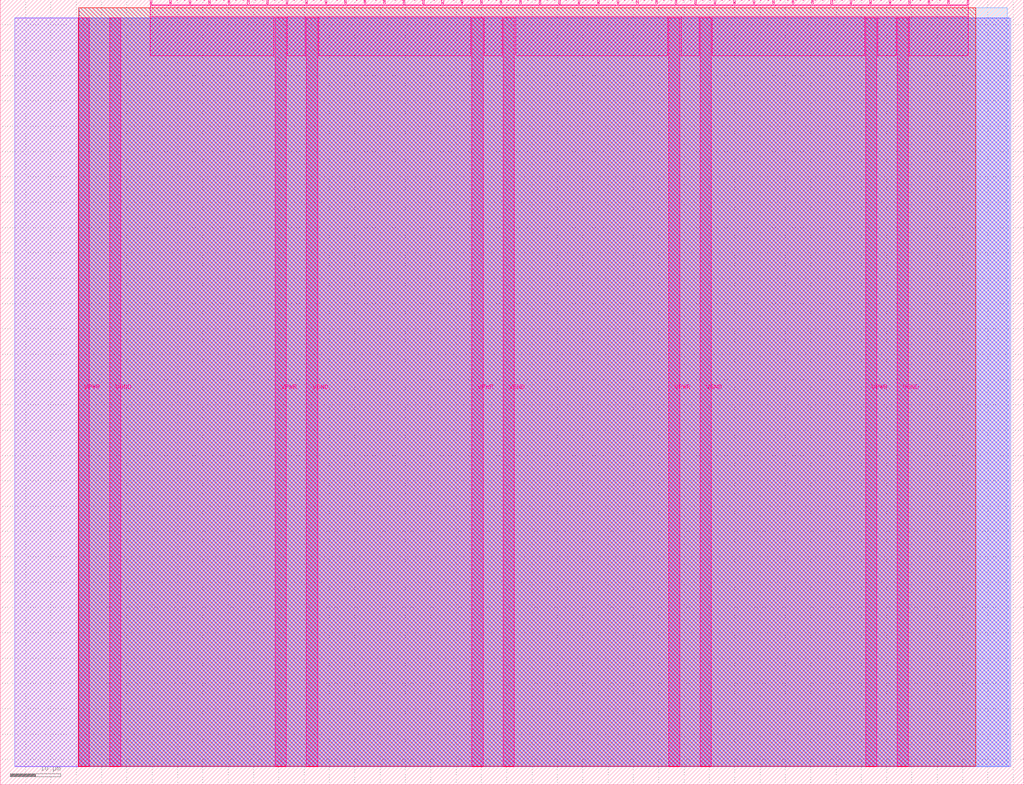
<source format=lef>
VERSION 5.7 ;
  NOWIREEXTENSIONATPIN ON ;
  DIVIDERCHAR "/" ;
  BUSBITCHARS "[]" ;
MACRO tt_um_algofoogle_tt09_ring_osc3
  CLASS BLOCK ;
  FOREIGN tt_um_algofoogle_tt09_ring_osc3 ;
  ORIGIN 0.000 0.000 ;
  SIZE 202.080 BY 154.980 ;
  PIN VGND
    DIRECTION INOUT ;
    USE GROUND ;
    PORT
      LAYER Metal5 ;
        RECT 21.580 3.560 23.780 151.420 ;
    END
    PORT
      LAYER Metal5 ;
        RECT 60.450 3.560 62.650 151.420 ;
    END
    PORT
      LAYER Metal5 ;
        RECT 99.320 3.560 101.520 151.420 ;
    END
    PORT
      LAYER Metal5 ;
        RECT 138.190 3.560 140.390 151.420 ;
    END
    PORT
      LAYER Metal5 ;
        RECT 177.060 3.560 179.260 151.420 ;
    END
  END VGND
  PIN VPWR
    DIRECTION INOUT ;
    USE POWER ;
    PORT
      LAYER Metal5 ;
        RECT 15.380 3.560 17.580 151.420 ;
    END
    PORT
      LAYER Metal5 ;
        RECT 54.250 3.560 56.450 151.420 ;
    END
    PORT
      LAYER Metal5 ;
        RECT 93.120 3.560 95.320 151.420 ;
    END
    PORT
      LAYER Metal5 ;
        RECT 131.990 3.560 134.190 151.420 ;
    END
    PORT
      LAYER Metal5 ;
        RECT 170.860 3.560 173.060 151.420 ;
    END
  END VPWR
  PIN clk
    DIRECTION INPUT ;
    USE SIGNAL ;
    PORT
      LAYER Metal5 ;
        RECT 187.050 153.980 187.350 154.980 ;
    END
  END clk
  PIN ena
    DIRECTION INPUT ;
    USE SIGNAL ;
    ANTENNAGATEAREA 0.180700 ;
    PORT
      LAYER Metal5 ;
        RECT 190.890 153.980 191.190 154.980 ;
    END
  END ena
  PIN rst_n
    DIRECTION INPUT ;
    USE SIGNAL ;
    ANTENNAGATEAREA 0.180700 ;
    PORT
      LAYER Metal5 ;
        RECT 183.210 153.980 183.510 154.980 ;
    END
  END rst_n
  PIN ui_in[0]
    DIRECTION INPUT ;
    USE SIGNAL ;
    ANTENNAGATEAREA 0.213200 ;
    PORT
      LAYER Metal5 ;
        RECT 179.370 153.980 179.670 154.980 ;
    END
  END ui_in[0]
  PIN ui_in[1]
    DIRECTION INPUT ;
    USE SIGNAL ;
    ANTENNAGATEAREA 0.180700 ;
    PORT
      LAYER Metal5 ;
        RECT 175.530 153.980 175.830 154.980 ;
    END
  END ui_in[1]
  PIN ui_in[2]
    DIRECTION INPUT ;
    USE SIGNAL ;
    ANTENNAGATEAREA 0.213200 ;
    PORT
      LAYER Metal5 ;
        RECT 171.690 153.980 171.990 154.980 ;
    END
  END ui_in[2]
  PIN ui_in[3]
    DIRECTION INPUT ;
    USE SIGNAL ;
    ANTENNAGATEAREA 0.180700 ;
    PORT
      LAYER Metal5 ;
        RECT 167.850 153.980 168.150 154.980 ;
    END
  END ui_in[3]
  PIN ui_in[4]
    DIRECTION INPUT ;
    USE SIGNAL ;
    ANTENNAGATEAREA 0.180700 ;
    PORT
      LAYER Metal5 ;
        RECT 164.010 153.980 164.310 154.980 ;
    END
  END ui_in[4]
  PIN ui_in[5]
    DIRECTION INPUT ;
    USE SIGNAL ;
    ANTENNAGATEAREA 0.180700 ;
    PORT
      LAYER Metal5 ;
        RECT 160.170 153.980 160.470 154.980 ;
    END
  END ui_in[5]
  PIN ui_in[6]
    DIRECTION INPUT ;
    USE SIGNAL ;
    ANTENNAGATEAREA 0.180700 ;
    PORT
      LAYER Metal5 ;
        RECT 156.330 153.980 156.630 154.980 ;
    END
  END ui_in[6]
  PIN ui_in[7]
    DIRECTION INPUT ;
    USE SIGNAL ;
    ANTENNAGATEAREA 0.180700 ;
    PORT
      LAYER Metal5 ;
        RECT 152.490 153.980 152.790 154.980 ;
    END
  END ui_in[7]
  PIN uio_in[0]
    DIRECTION INPUT ;
    USE SIGNAL ;
    ANTENNAGATEAREA 0.180700 ;
    PORT
      LAYER Metal5 ;
        RECT 148.650 153.980 148.950 154.980 ;
    END
  END uio_in[0]
  PIN uio_in[1]
    DIRECTION INPUT ;
    USE SIGNAL ;
    ANTENNAGATEAREA 0.180700 ;
    PORT
      LAYER Metal5 ;
        RECT 144.810 153.980 145.110 154.980 ;
    END
  END uio_in[1]
  PIN uio_in[2]
    DIRECTION INPUT ;
    USE SIGNAL ;
    ANTENNAGATEAREA 0.180700 ;
    PORT
      LAYER Metal5 ;
        RECT 140.970 153.980 141.270 154.980 ;
    END
  END uio_in[2]
  PIN uio_in[3]
    DIRECTION INPUT ;
    USE SIGNAL ;
    ANTENNAGATEAREA 0.180700 ;
    PORT
      LAYER Metal5 ;
        RECT 137.130 153.980 137.430 154.980 ;
    END
  END uio_in[3]
  PIN uio_in[4]
    DIRECTION INPUT ;
    USE SIGNAL ;
    ANTENNAGATEAREA 0.180700 ;
    PORT
      LAYER Metal5 ;
        RECT 133.290 153.980 133.590 154.980 ;
    END
  END uio_in[4]
  PIN uio_in[5]
    DIRECTION INPUT ;
    USE SIGNAL ;
    ANTENNAGATEAREA 0.180700 ;
    PORT
      LAYER Metal5 ;
        RECT 129.450 153.980 129.750 154.980 ;
    END
  END uio_in[5]
  PIN uio_in[6]
    DIRECTION INPUT ;
    USE SIGNAL ;
    ANTENNAGATEAREA 0.180700 ;
    PORT
      LAYER Metal5 ;
        RECT 125.610 153.980 125.910 154.980 ;
    END
  END uio_in[6]
  PIN uio_in[7]
    DIRECTION INPUT ;
    USE SIGNAL ;
    ANTENNAGATEAREA 0.180700 ;
    PORT
      LAYER Metal5 ;
        RECT 121.770 153.980 122.070 154.980 ;
    END
  END uio_in[7]
  PIN uio_oe[0]
    DIRECTION OUTPUT ;
    USE SIGNAL ;
    ANTENNADIFFAREA 0.392700 ;
    PORT
      LAYER Metal5 ;
        RECT 56.490 153.980 56.790 154.980 ;
    END
  END uio_oe[0]
  PIN uio_oe[1]
    DIRECTION OUTPUT ;
    USE SIGNAL ;
    ANTENNADIFFAREA 0.299200 ;
    PORT
      LAYER Metal5 ;
        RECT 52.650 153.980 52.950 154.980 ;
    END
  END uio_oe[1]
  PIN uio_oe[2]
    DIRECTION OUTPUT ;
    USE SIGNAL ;
    ANTENNADIFFAREA 0.299200 ;
    PORT
      LAYER Metal5 ;
        RECT 48.810 153.980 49.110 154.980 ;
    END
  END uio_oe[2]
  PIN uio_oe[3]
    DIRECTION OUTPUT ;
    USE SIGNAL ;
    ANTENNADIFFAREA 0.299200 ;
    PORT
      LAYER Metal5 ;
        RECT 44.970 153.980 45.270 154.980 ;
    END
  END uio_oe[3]
  PIN uio_oe[4]
    DIRECTION OUTPUT ;
    USE SIGNAL ;
    ANTENNADIFFAREA 0.299200 ;
    PORT
      LAYER Metal5 ;
        RECT 41.130 153.980 41.430 154.980 ;
    END
  END uio_oe[4]
  PIN uio_oe[5]
    DIRECTION OUTPUT ;
    USE SIGNAL ;
    ANTENNADIFFAREA 0.299200 ;
    PORT
      LAYER Metal5 ;
        RECT 37.290 153.980 37.590 154.980 ;
    END
  END uio_oe[5]
  PIN uio_oe[6]
    DIRECTION OUTPUT ;
    USE SIGNAL ;
    ANTENNADIFFAREA 0.299200 ;
    PORT
      LAYER Metal5 ;
        RECT 33.450 153.980 33.750 154.980 ;
    END
  END uio_oe[6]
  PIN uio_oe[7]
    DIRECTION OUTPUT ;
    USE SIGNAL ;
    ANTENNADIFFAREA 0.299200 ;
    PORT
      LAYER Metal5 ;
        RECT 29.610 153.980 29.910 154.980 ;
    END
  END uio_oe[7]
  PIN uio_out[0]
    DIRECTION OUTPUT ;
    USE SIGNAL ;
    ANTENNADIFFAREA 0.654800 ;
    PORT
      LAYER Metal5 ;
        RECT 87.210 153.980 87.510 154.980 ;
    END
  END uio_out[0]
  PIN uio_out[1]
    DIRECTION OUTPUT ;
    USE SIGNAL ;
    ANTENNADIFFAREA 0.299200 ;
    PORT
      LAYER Metal5 ;
        RECT 83.370 153.980 83.670 154.980 ;
    END
  END uio_out[1]
  PIN uio_out[2]
    DIRECTION OUTPUT ;
    USE SIGNAL ;
    ANTENNADIFFAREA 0.299200 ;
    PORT
      LAYER Metal5 ;
        RECT 79.530 153.980 79.830 154.980 ;
    END
  END uio_out[2]
  PIN uio_out[3]
    DIRECTION OUTPUT ;
    USE SIGNAL ;
    ANTENNADIFFAREA 0.299200 ;
    PORT
      LAYER Metal5 ;
        RECT 75.690 153.980 75.990 154.980 ;
    END
  END uio_out[3]
  PIN uio_out[4]
    DIRECTION OUTPUT ;
    USE SIGNAL ;
    ANTENNADIFFAREA 0.299200 ;
    PORT
      LAYER Metal5 ;
        RECT 71.850 153.980 72.150 154.980 ;
    END
  END uio_out[4]
  PIN uio_out[5]
    DIRECTION OUTPUT ;
    USE SIGNAL ;
    ANTENNADIFFAREA 0.299200 ;
    PORT
      LAYER Metal5 ;
        RECT 68.010 153.980 68.310 154.980 ;
    END
  END uio_out[5]
  PIN uio_out[6]
    DIRECTION OUTPUT ;
    USE SIGNAL ;
    ANTENNADIFFAREA 0.299200 ;
    PORT
      LAYER Metal5 ;
        RECT 64.170 153.980 64.470 154.980 ;
    END
  END uio_out[6]
  PIN uio_out[7]
    DIRECTION OUTPUT ;
    USE SIGNAL ;
    ANTENNADIFFAREA 0.299200 ;
    PORT
      LAYER Metal5 ;
        RECT 60.330 153.980 60.630 154.980 ;
    END
  END uio_out[7]
  PIN uo_out[0]
    DIRECTION OUTPUT ;
    USE SIGNAL ;
    ANTENNADIFFAREA 0.654800 ;
    PORT
      LAYER Metal5 ;
        RECT 117.930 153.980 118.230 154.980 ;
    END
  END uo_out[0]
  PIN uo_out[1]
    DIRECTION OUTPUT ;
    USE SIGNAL ;
    ANTENNAGATEAREA 0.898300 ;
    ANTENNADIFFAREA 0.632400 ;
    PORT
      LAYER Metal5 ;
        RECT 114.090 153.980 114.390 154.980 ;
    END
  END uo_out[1]
  PIN uo_out[2]
    DIRECTION OUTPUT ;
    USE SIGNAL ;
    ANTENNAGATEAREA 0.898300 ;
    ANTENNADIFFAREA 0.632400 ;
    PORT
      LAYER Metal5 ;
        RECT 110.250 153.980 110.550 154.980 ;
    END
  END uo_out[2]
  PIN uo_out[3]
    DIRECTION OUTPUT ;
    USE SIGNAL ;
    ANTENNAGATEAREA 0.455000 ;
    ANTENNADIFFAREA 0.632400 ;
    PORT
      LAYER Metal5 ;
        RECT 106.410 153.980 106.710 154.980 ;
    END
  END uo_out[3]
  PIN uo_out[4]
    DIRECTION OUTPUT ;
    USE SIGNAL ;
    ANTENNAGATEAREA 0.676000 ;
    ANTENNADIFFAREA 0.632400 ;
    PORT
      LAYER Metal5 ;
        RECT 102.570 153.980 102.870 154.980 ;
    END
  END uo_out[4]
  PIN uo_out[5]
    DIRECTION OUTPUT ;
    USE SIGNAL ;
    ANTENNAGATEAREA 0.898300 ;
    ANTENNADIFFAREA 0.632400 ;
    PORT
      LAYER Metal5 ;
        RECT 98.730 153.980 99.030 154.980 ;
    END
  END uo_out[5]
  PIN uo_out[6]
    DIRECTION OUTPUT ;
    USE SIGNAL ;
    ANTENNAGATEAREA 0.455000 ;
    ANTENNADIFFAREA 0.632400 ;
    PORT
      LAYER Metal5 ;
        RECT 94.890 153.980 95.190 154.980 ;
    END
  END uo_out[6]
  PIN uo_out[7]
    DIRECTION OUTPUT ;
    USE SIGNAL ;
    ANTENNAGATEAREA 0.434200 ;
    ANTENNADIFFAREA 0.632400 ;
    PORT
      LAYER Metal5 ;
        RECT 91.050 153.980 91.350 154.980 ;
    END
  END uo_out[7]
  OBS
      LAYER GatPoly ;
        RECT 2.880 3.630 199.200 151.350 ;
      LAYER Metal1 ;
        RECT 2.880 3.560 199.200 151.420 ;
      LAYER Metal2 ;
        RECT 15.515 3.680 199.475 151.300 ;
      LAYER Metal3 ;
        RECT 15.560 3.635 198.820 153.445 ;
      LAYER Metal4 ;
        RECT 15.515 3.680 192.625 153.400 ;
      LAYER Metal5 ;
        RECT 30.120 153.770 33.240 153.980 ;
        RECT 33.960 153.770 37.080 153.980 ;
        RECT 37.800 153.770 40.920 153.980 ;
        RECT 41.640 153.770 44.760 153.980 ;
        RECT 45.480 153.770 48.600 153.980 ;
        RECT 49.320 153.770 52.440 153.980 ;
        RECT 53.160 153.770 56.280 153.980 ;
        RECT 57.000 153.770 60.120 153.980 ;
        RECT 60.840 153.770 63.960 153.980 ;
        RECT 64.680 153.770 67.800 153.980 ;
        RECT 68.520 153.770 71.640 153.980 ;
        RECT 72.360 153.770 75.480 153.980 ;
        RECT 76.200 153.770 79.320 153.980 ;
        RECT 80.040 153.770 83.160 153.980 ;
        RECT 83.880 153.770 87.000 153.980 ;
        RECT 87.720 153.770 90.840 153.980 ;
        RECT 91.560 153.770 94.680 153.980 ;
        RECT 95.400 153.770 98.520 153.980 ;
        RECT 99.240 153.770 102.360 153.980 ;
        RECT 103.080 153.770 106.200 153.980 ;
        RECT 106.920 153.770 110.040 153.980 ;
        RECT 110.760 153.770 113.880 153.980 ;
        RECT 114.600 153.770 117.720 153.980 ;
        RECT 118.440 153.770 121.560 153.980 ;
        RECT 122.280 153.770 125.400 153.980 ;
        RECT 126.120 153.770 129.240 153.980 ;
        RECT 129.960 153.770 133.080 153.980 ;
        RECT 133.800 153.770 136.920 153.980 ;
        RECT 137.640 153.770 140.760 153.980 ;
        RECT 141.480 153.770 144.600 153.980 ;
        RECT 145.320 153.770 148.440 153.980 ;
        RECT 149.160 153.770 152.280 153.980 ;
        RECT 153.000 153.770 156.120 153.980 ;
        RECT 156.840 153.770 159.960 153.980 ;
        RECT 160.680 153.770 163.800 153.980 ;
        RECT 164.520 153.770 167.640 153.980 ;
        RECT 168.360 153.770 171.480 153.980 ;
        RECT 172.200 153.770 175.320 153.980 ;
        RECT 176.040 153.770 179.160 153.980 ;
        RECT 179.880 153.770 183.000 153.980 ;
        RECT 183.720 153.770 186.840 153.980 ;
        RECT 187.560 153.770 190.680 153.980 ;
        RECT 29.660 151.630 191.140 153.770 ;
        RECT 29.660 143.915 54.040 151.630 ;
        RECT 56.660 143.915 60.240 151.630 ;
        RECT 62.860 143.915 92.910 151.630 ;
        RECT 95.530 143.915 99.110 151.630 ;
        RECT 101.730 143.915 131.780 151.630 ;
        RECT 134.400 143.915 137.980 151.630 ;
        RECT 140.600 143.915 170.650 151.630 ;
        RECT 173.270 143.915 176.850 151.630 ;
        RECT 179.470 143.915 191.140 151.630 ;
  END
END tt_um_algofoogle_tt09_ring_osc3
END LIBRARY


</source>
